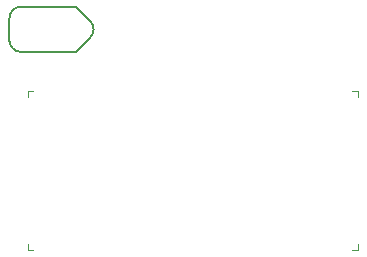
<source format=gto>
G04 #@! TF.GenerationSoftware,KiCad,Pcbnew,5.1.5-52549c5~84~ubuntu19.10.1*
G04 #@! TF.CreationDate,2020-03-02T22:50:26+01:00*
G04 #@! TF.ProjectId,scale,7363616c-652e-46b6-9963-61645f706362,rev?*
G04 #@! TF.SameCoordinates,Original*
G04 #@! TF.FileFunction,Legend,Top*
G04 #@! TF.FilePolarity,Positive*
%FSLAX46Y46*%
G04 Gerber Fmt 4.6, Leading zero omitted, Abs format (unit mm)*
G04 Created by KiCad (PCBNEW 5.1.5-52549c5~84~ubuntu19.10.1) date 2020-03-02 22:50:26*
%MOMM*%
%LPD*%
G04 APERTURE LIST*
%ADD10C,0.120000*%
%ADD11C,0.127000*%
G04 APERTURE END LIST*
D10*
X215475000Y-124650000D02*
X215475000Y-124150001D01*
X215475000Y-124650000D02*
X214975001Y-124650000D01*
X187525000Y-124650000D02*
X187525000Y-124150001D01*
X187525000Y-124650000D02*
X188024999Y-124650000D01*
X187525000Y-111150000D02*
X188024999Y-111150000D01*
X187525000Y-111150000D02*
X187525000Y-111649999D01*
X215475000Y-111150000D02*
X215475000Y-111649999D01*
X215475000Y-111150000D02*
X214975001Y-111150000D01*
D11*
X185994000Y-106902500D02*
G75*
G03X186946500Y-107855000I952500J0D01*
G01*
X186946500Y-104045000D02*
G75*
G03X185994000Y-104997500I0J-952500D01*
G01*
X185994000Y-106902500D02*
X185994000Y-104997500D01*
X192813900Y-106673900D02*
G75*
G03X192813900Y-105226100I-723900J723900D01*
G01*
X192813900Y-106673900D02*
X191632800Y-107855000D01*
X192813900Y-105226100D02*
X191632800Y-104045000D01*
X186946500Y-107855000D02*
X191632800Y-107855000D01*
X186946500Y-104045000D02*
X191632800Y-104045000D01*
M02*

</source>
